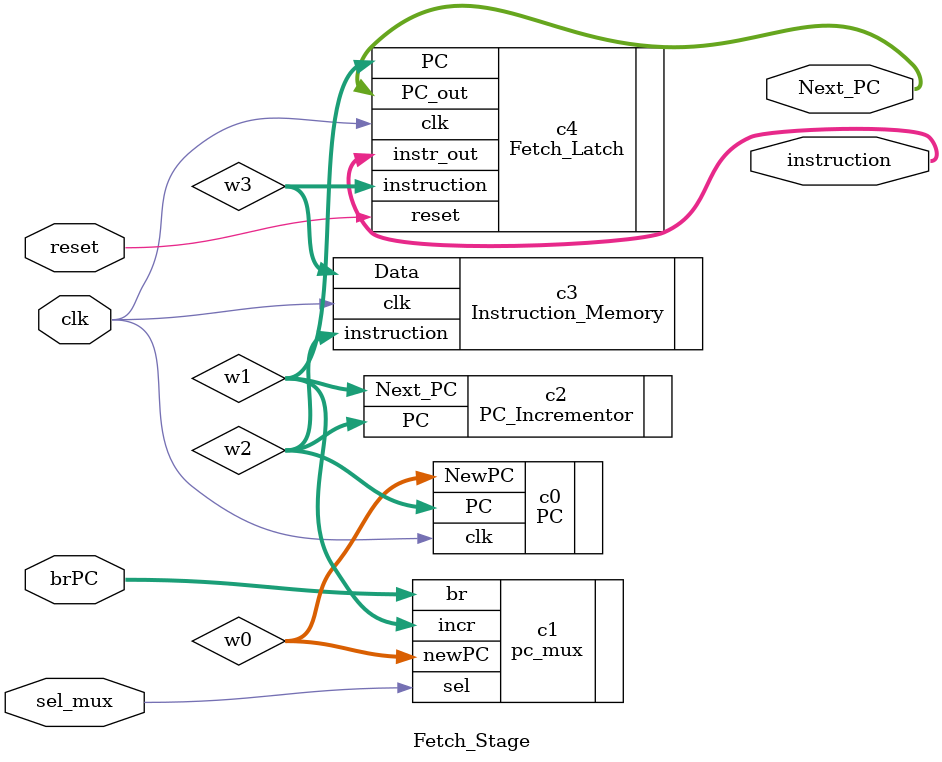
<source format=v>
`timescale 1ns / 1ps
module Fetch_Stage(
	input clk,
	input reset,
	input [31:0]  brPC,
	input sel_mux,
	output [31:0] instruction,
	output [31:0] Next_PC
    );
	 
	wire [31:0] w0,w1, w2, w3, w4;

	PC c0 (.clk(clk), .NewPC(w0), .PC(w2));
	pc_mux c1 (.sel(sel_mux), .br(brPC), .incr(w1), .newPC(w0));
	PC_Incrementor c2 (.PC(w2), .Next_PC(w1));
	Instruction_Memory c3 (.clk(clk), .instruction(w2), .Data(w3));
	Fetch_Latch c4 (.clk(clk), .reset(reset), .instruction(w3), .PC(w1), .instr_out(instruction), .PC_out(Next_PC));

endmodule

</source>
